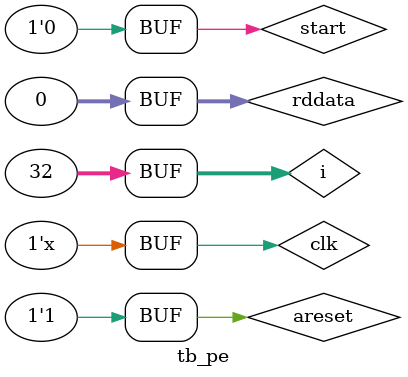
<source format=v>
`timescale 1ns / 1ps



module tb_pe();

reg start;
reg areset;
reg clk;
reg [31:0] rddata; 
wire [5:0] raddr;
wire done;
wire [31:0] wrdata;
//wire dv;
//wire[2:0] state;

integer i;


initial begin

clk =0;
areset = 1;

#10;

start =1;
#10 start= 0;
#5;


for(i=0; i<32; i=i+1)begin
     rddata = $urandom%(2**31);
     rddata = {7'b0100000, rddata[24:0]};
     #10;
     
end
rddata = 0;






end



always #5 clk = ~clk;




pe_control pe(
.start(start),
.areset(areset),
.clk(clk),
.rddata(rddata),
.raddr(raddr),
.done(done),
.wrdata(wrdata)
//.dvalid(dv),
//.state(state)
);


endmodule

</source>
